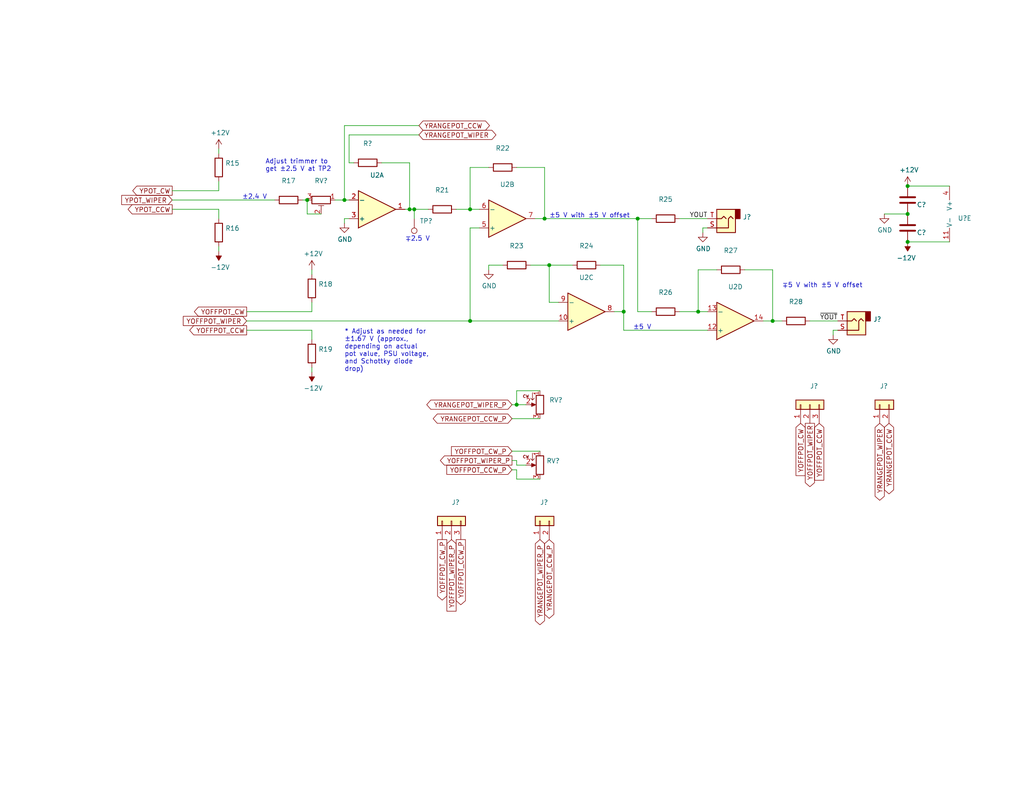
<source format=kicad_sch>
(kicad_sch (version 20211123) (generator eeschema)
  (paper "USLetter")
  (title_block (title "Joystick") (date "2020-11-27") (company "Rich Holmes / Analog Output") (comment 1 "or neighboring rights to this work. Published from United States.") (comment 2 "To the extent possible under law, Richard Holmes has waived all copyright and related "))
  (lib_symbols
    (symbol "Connector:AudioJack2"
      (property "Reference" "J" (at 0 8.89 0))
      (property "Value" "AudioJack2" (at 0 6.35 0))
      (symbol "AudioJack2_0_1"
        (rectangle (start -3.81 0) (end -2.54 -2.54) (stroke (width 0.254)) (fill (type outline)))
        (rectangle (start -2.54 3.81) (end 2.54 -2.54) (stroke (width 0.254)) (fill (type background)))
        (polyline (pts (xy 0 0) (xy 0.635 -0.635) (xy 1.27 0) (xy 2.54 0)) (stroke (width 0.254)))
        (polyline (pts (xy 2.54 2.54) (xy -0.635 2.54) (xy -0.635 0) (xy -1.27 -0.635) (xy -1.905 0)) (stroke (width 0.254)))
      )
      (symbol "AudioJack2_1_1"
        (pin passive line (at 5.08 2.54 180) (length 2.54) (name "~") (number "S"))
        (pin passive line (at 5.08 0 180) (length 2.54) (name "~") (number "T"))
      )
    )
    (symbol "Connector:TestPoint" (pin_numbers hide) (pin_names (offset 0.762) hide)
      (property "Reference" "TP" (at 0 6.858 0))
      (property "Value" "TestPoint" (at 0 5.08 0))
      (symbol "TestPoint_0_1"
        (circle (center 0 3.302) (radius 0.762))
      )
      (symbol "TestPoint_1_1"
        (pin passive line (at 0 0 90) (length 2.54) (name "1") (number "1"))
      )
    )
    (symbol "ao_symbols:2_pin_Molex_connector" (pin_names (offset 1.016) hide) (on_board no)
      (property "Reference" "J" (at 0 2.54 0))
      (property "Value" "2_pin_Molex_connector" (at 0 -5.08 0))
      (symbol "2_pin_Molex_connector_1_1"
        (rectangle (start -1.27 -2.413) (end 0 -2.667) (stroke (width 0.1524)))
        (rectangle (start -1.27 0.127) (end 0 -0.127) (stroke (width 0.1524)))
        (rectangle (start -1.27 1.27) (end 1.27 -3.81) (stroke (width 0.254)) (fill (type background)))
        (pin passive line (at -5.08 0 0) (length 3.81) (name "Pin_1") (number "1"))
        (pin passive line (at -5.08 -2.54 0) (length 3.81) (name "Pin_2") (number "2"))
      )
    )
    (symbol "ao_symbols:2_pin_Molex_header" (pin_names (offset 1.016) hide)
      (property "Reference" "J" (at 0 2.54 0))
      (property "Value" "2_pin_Molex_header" (at 0 -5.08 0))
      (symbol "2_pin_Molex_header_1_1"
        (rectangle (start -1.27 -2.413) (end 0 -2.667) (stroke (width 0.1524)))
        (rectangle (start -1.27 0.127) (end 0 -0.127) (stroke (width 0.1524)))
        (rectangle (start -1.27 1.27) (end 1.27 -3.81) (stroke (width 0.254)) (fill (type background)))
        (pin passive line (at -5.08 0 0) (length 3.81) (name "Pin_1") (number "1"))
        (pin passive line (at -5.08 -2.54 0) (length 3.81) (name "Pin_2") (number "2"))
      )
    )
    (symbol "ao_symbols:3_pin_Molex_connector" (pin_names (offset 1.016) hide) (on_board no)
      (property "Reference" "J" (at 0 5.08 0))
      (property "Value" "3_pin_Molex_connector" (at 0 -5.08 0))
      (symbol "3_pin_Molex_connector_1_1"
        (rectangle (start -1.27 -2.413) (end 0 -2.667) (stroke (width 0.1524)))
        (rectangle (start -1.27 0.127) (end 0 -0.127) (stroke (width 0.1524)))
        (rectangle (start -1.27 2.667) (end 0 2.413) (stroke (width 0.1524)))
        (rectangle (start -1.27 3.81) (end 1.27 -3.81) (stroke (width 0.254)) (fill (type background)))
        (pin passive line (at -5.08 2.54 0) (length 3.81) (name "Pin_1") (number "1"))
        (pin passive line (at -5.08 0 0) (length 3.81) (name "Pin_2") (number "2"))
        (pin passive line (at -5.08 -2.54 0) (length 3.81) (name "Pin_3") (number "3"))
      )
    )
    (symbol "ao_symbols:3_pin_Molex_header" (pin_names (offset 1.016) hide)
      (property "Reference" "J" (at 0 5.08 0))
      (property "Value" "3_pin_Molex_header" (at 0 -5.08 0))
      (symbol "3_pin_Molex_header_1_1"
        (rectangle (start -1.27 -2.413) (end 0 -2.667) (stroke (width 0.1524)))
        (rectangle (start -1.27 0.127) (end 0 -0.127) (stroke (width 0.1524)))
        (rectangle (start -1.27 2.667) (end 0 2.413) (stroke (width 0.1524)))
        (rectangle (start -1.27 3.81) (end 1.27 -3.81) (stroke (width 0.254)) (fill (type background)))
        (pin passive line (at -5.08 2.54 0) (length 3.81) (name "Pin_1") (number "1"))
        (pin passive line (at -5.08 0 0) (length 3.81) (name "Pin_2") (number "2"))
        (pin passive line (at -5.08 -2.54 0) (length 3.81) (name "Pin_3") (number "3"))
      )
    )
    (symbol "ao_symbols:C" (pin_numbers hide) (pin_names (offset 0.254))
      (property "Reference" "C" (at 0.635 2.54 0))
      (property "Value" "C" (at 0.635 -2.54 0))
      (symbol "C_0_1"
        (polyline (pts (xy -2.032 -0.762) (xy 2.032 -0.762)) (stroke (width 0.508)))
        (polyline (pts (xy -2.032 0.762) (xy 2.032 0.762)) (stroke (width 0.508)))
      )
      (symbol "C_1_1"
        (pin passive line (at 0 3.81 270) (length 2.794) (name "~") (number "1"))
        (pin passive line (at 0 -3.81 90) (length 2.794) (name "~") (number "2"))
      )
    )
    (symbol "ao_symbols:R" (pin_numbers hide) (pin_names (offset 0))
      (property "Reference" "R" (at 2.032 0 90))
      (property "Value" "R" (at 0 0 90))
      (symbol "R_0_1"
        (rectangle (start -1.016 -2.54) (end 1.016 2.54) (stroke (width 0.254)))
      )
      (symbol "R_1_1"
        (pin passive line (at 0 3.81 270) (length 1.27) (name "~") (number "1"))
        (pin passive line (at 0 -3.81 90) (length 1.27) (name "~") (number "2"))
      )
    )
    (symbol "ao_symbols:R_POT" (pin_names (offset 1.016) hide)
      (property "Reference" "RV" (at -4.445 0 90))
      (property "Value" "R_POT" (at -2.54 0 90))
      (symbol "R_POT_0_0"
        (text "CW" (at 3.81 -2.286 0) (effects (font (size 0.762 0.762))))
      )
      (symbol "R_POT_0_1"
        (rectangle (start -1.016 2.54) (end 1.016 -2.54) (stroke (width 0.254)))
        (polyline (pts (xy 2.032 -3.302) (xy 2.032 -1.27)) (stroke (width 0.1524)))
        (polyline (pts (xy 2.54 0) (xy 1.524 0)))
        (polyline (pts (xy 2.54 -1.778) (xy 2.032 -1.27) (xy 1.524 -1.778)) (stroke (width 0.1524)))
        (polyline (pts (xy 1.143 0) (xy 2.286 -0.508) (xy 2.286 0.508) (xy 1.143 0)) (fill (type outline)))
      )
      (symbol "R_POT_1_1"
        (pin passive line (at 0 -3.81 90) (length 1.27) (name "1") (number "1"))
        (pin passive line (at 3.81 0 180) (length 1.27) (name "2") (number "2"))
        (pin passive line (at 0 3.81 270) (length 1.27) (name "3") (number "3"))
      )
    )
    (symbol "ao_symbols:R_POT_TRIM_3296W" (pin_names (offset 1.016) hide)
      (property "Reference" "RV" (at -4.445 0 90))
      (property "Value" "R_POT_TRIM_3296W" (at -2.54 0 90))
      (symbol "R_POT_TRIM_3296W_0_1"
        (polyline (pts (xy 1.524 0.762) (xy 1.524 -0.762)))
        (polyline (pts (xy 2.54 0) (xy 1.524 0)))
        (rectangle (start 1.016 2.54) (end -1.016 -2.54) (stroke (width 0.254)))
      )
      (symbol "R_POT_TRIM_3296W_1_1"
        (pin passive line (at 0 3.81 270) (length 1.27) (name "1") (number "1"))
        (pin passive line (at 3.81 0 180) (length 1.27) (name "2") (number "2"))
        (pin passive line (at 0 -3.81 90) (length 1.27) (name "3") (number "3"))
      )
    )
    (symbol "ao_symbols:TL074" (pin_names (offset 0.127))
      (property "Reference" "U" (at 0 5.08 0))
      (property "Value" "TL074" (at 0 -5.08 0))
      (symbol "TL074_1_1"
        (polyline (pts (xy -5.08 5.08) (xy 5.08 0) (xy -5.08 -5.08) (xy -5.08 5.08)) (stroke (width 0.254)) (fill (type background)))
        (pin output line (at 7.62 0 180) (length 2.54) (name "~") (number "1"))
        (pin input line (at -7.62 -2.54 0) (length 2.54) (name "-") (number "2"))
        (pin input line (at -7.62 2.54 0) (length 2.54) (name "+") (number "3"))
      )
      (symbol "TL074_2_1"
        (polyline (pts (xy -5.08 5.08) (xy 5.08 0) (xy -5.08 -5.08) (xy -5.08 5.08)) (stroke (width 0.254)) (fill (type background)))
        (pin input line (at -7.62 2.54 0) (length 2.54) (name "+") (number "5"))
        (pin input line (at -7.62 -2.54 0) (length 2.54) (name "-") (number "6"))
        (pin output line (at 7.62 0 180) (length 2.54) (name "~") (number "7"))
      )
      (symbol "TL074_3_1"
        (polyline (pts (xy -5.08 5.08) (xy 5.08 0) (xy -5.08 -5.08) (xy -5.08 5.08)) (stroke (width 0.254)) (fill (type background)))
        (pin input line (at -7.62 2.54 0) (length 2.54) (name "+") (number "10"))
        (pin output line (at 7.62 0 180) (length 2.54) (name "~") (number "8"))
        (pin input line (at -7.62 -2.54 0) (length 2.54) (name "-") (number "9"))
      )
      (symbol "TL074_4_1"
        (polyline (pts (xy -5.08 5.08) (xy 5.08 0) (xy -5.08 -5.08) (xy -5.08 5.08)) (stroke (width 0.254)) (fill (type background)))
        (pin input line (at -7.62 2.54 0) (length 2.54) (name "+") (number "12"))
        (pin input line (at -7.62 -2.54 0) (length 2.54) (name "-") (number "13"))
        (pin output line (at 7.62 0 180) (length 2.54) (name "~") (number "14"))
      )
      (symbol "TL074_5_1"
        (pin power_in line (at -2.54 -7.62 90) (length 3.81) (name "V-") (number "11"))
        (pin power_in line (at -2.54 7.62 270) (length 3.81) (name "V+") (number "4"))
      )
    )
    (symbol "power:+12V" (power) (pin_names (offset 0))
      (property "Value" "+12V" (at 0 3.556 0))
      (symbol "+12V_0_1"
        (polyline (pts (xy -0.762 1.27) (xy 0 2.54)))
        (polyline (pts (xy 0 0) (xy 0 2.54)))
        (polyline (pts (xy 0 2.54) (xy 0.762 1.27)))
      )
      (symbol "+12V_1_1"
        (pin power_in line (at 0 0 90) (length 0) hide (name "+12V") (number "1"))
      )
    )
    (symbol "power:-12V" (power) (pin_names (offset 0))
      (property "Value" "-12V" (at 0 3.81 0))
      (symbol "-12V_0_0"
        (pin power_in line (at 0 0 90) (length 0) hide (name "-12V") (number "1"))
      )
      (symbol "-12V_0_1"
        (polyline (pts (xy 0 0) (xy 0 1.27) (xy 0.762 1.27) (xy 0 2.54) (xy -0.762 1.27) (xy 0 1.27)) (fill (type outline)))
      )
    )
    (symbol "power:GND" (power) (pin_names (offset 0))
      (property "Value" "GND" (at 0 -3.81 0))
      (symbol "GND_0_1"
        (polyline (pts (xy 0 0) (xy 0 -1.27) (xy 1.27 -1.27) (xy 0 -2.54) (xy -1.27 -1.27) (xy 0 -1.27)))
      )
      (symbol "GND_1_1"
        (pin power_in line (at 0 0 270) (length 0) hide (name "GND") (number "1"))
      )
    )
  )
  (junction (at 247.65 58.42))
  (junction (at 83.82 54.61))
  (junction (at 190.5 85.09))
  (junction (at 128.27 57.15))
  (junction (at 247.65 50.8))
  (junction (at 111.76 57.15))
  (junction (at 149.86 72.39))
  (junction (at 148.59 59.69))
  (junction (at 140.97 110.49))
  (junction (at 93.98 54.61))
  (junction (at 247.65 66.04))
  (junction (at 210.82 87.63))
  (junction (at 113.03 57.15))
  (junction (at 128.27 87.63))
  (junction (at 170.18 85.09))
  (junction (at 173.99 59.69))
  (wire (pts (xy 170.18 72.39) (xy 170.18 85.09)))
  (wire (pts (xy 111.76 44.45) (xy 111.76 57.15)))
  (wire (pts (xy 210.82 87.63) (xy 213.36 87.63)))
  (wire (pts (xy 170.18 85.09) (xy 170.18 90.17)))
  (wire (pts (xy 96.52 44.45) (xy 95.25 44.45)))
  (wire (pts (xy 59.69 40.64) (xy 59.69 41.91)))
  (wire (pts (xy 137.16 72.39) (xy 133.35 72.39)))
  (wire (pts (xy 85.09 82.55) (xy 85.09 85.09)))
  (wire (pts (xy 124.46 57.15) (xy 128.27 57.15)))
  (wire (pts (xy 163.83 72.39) (xy 170.18 72.39)))
  (wire (pts (xy 133.35 72.39) (xy 133.35 73.66)))
  (wire (pts (xy 67.31 90.17) (xy 85.09 90.17)))
  (wire (pts (xy 140.97 128.27) (xy 140.97 130.81)))
  (wire (pts (xy 191.77 62.23) (xy 191.77 63.5)))
  (wire (pts (xy 140.97 45.72) (xy 148.59 45.72)))
  (wire (pts (xy 113.03 57.15) (xy 116.84 57.15)))
  (wire (pts (xy 139.7 110.49) (xy 140.97 110.49)))
  (wire (pts (xy 203.2 73.66) (xy 210.82 73.66)))
  (wire (pts (xy 210.82 73.66) (xy 210.82 87.63)))
  (wire (pts (xy 95.25 59.69) (xy 93.98 59.69)))
  (wire (pts (xy 190.5 85.09) (xy 193.04 85.09)))
  (wire (pts (xy 156.21 72.39) (xy 149.86 72.39)))
  (wire (pts (xy 67.31 87.63) (xy 128.27 87.63)))
  (wire (pts (xy 167.64 85.09) (xy 170.18 85.09)))
  (wire (pts (xy 93.98 59.69) (xy 93.98 60.96)))
  (wire (pts (xy 148.59 59.69) (xy 173.99 59.69)))
  (wire (pts (xy 113.03 59.69) (xy 113.03 57.15)))
  (wire (pts (xy 210.82 87.63) (xy 208.28 87.63)))
  (wire (pts (xy 59.69 57.15) (xy 59.69 59.69)))
  (wire (pts (xy 114.3 36.83) (xy 95.25 36.83)))
  (wire (pts (xy 177.8 85.09) (xy 173.99 85.09)))
  (wire (pts (xy 190.5 73.66) (xy 190.5 85.09)))
  (wire (pts (xy 113.03 57.15) (xy 111.76 57.15)))
  (wire (pts (xy 93.98 54.61) (xy 95.25 54.61)))
  (wire (pts (xy 140.97 130.81) (xy 147.32 130.81)))
  (wire (pts (xy 140.97 110.49) (xy 143.51 110.49)))
  (wire (pts (xy 83.82 58.42) (xy 87.63 58.42)))
  (wire (pts (xy 139.7 114.3) (xy 147.32 114.3)))
  (wire (pts (xy 95.25 36.83) (xy 95.25 44.45)))
  (wire (pts (xy 133.35 45.72) (xy 128.27 45.72)))
  (wire (pts (xy 259.08 50.8) (xy 247.65 50.8)))
  (wire (pts (xy 128.27 87.63) (xy 152.4 87.63)))
  (wire (pts (xy 143.51 127) (xy 140.97 127)))
  (wire (pts (xy 140.97 125.73) (xy 139.7 125.73)))
  (wire (pts (xy 144.78 72.39) (xy 149.86 72.39)))
  (wire (pts (xy 104.14 44.45) (xy 111.76 44.45)))
  (wire (pts (xy 59.69 67.31) (xy 59.69 68.58)))
  (wire (pts (xy 140.97 127) (xy 140.97 125.73)))
  (wire (pts (xy 139.7 123.19) (xy 147.32 123.19)))
  (wire (pts (xy 149.86 82.55) (xy 152.4 82.55)))
  (wire (pts (xy 139.7 128.27) (xy 140.97 128.27)))
  (wire (pts (xy 46.99 57.15) (xy 59.69 57.15)))
  (wire (pts (xy 128.27 62.23) (xy 128.27 87.63)))
  (wire (pts (xy 128.27 62.23) (xy 130.81 62.23)))
  (wire (pts (xy 93.98 34.29) (xy 93.98 54.61)))
  (wire (pts (xy 227.33 90.17) (xy 227.33 91.44)))
  (wire (pts (xy 67.31 85.09) (xy 85.09 85.09)))
  (wire (pts (xy 128.27 45.72) (xy 128.27 57.15)))
  (wire (pts (xy 228.6 90.17) (xy 227.33 90.17)))
  (wire (pts (xy 241.3 58.42) (xy 247.65 58.42)))
  (wire (pts (xy 259.08 66.04) (xy 247.65 66.04)))
  (wire (pts (xy 85.09 100.33) (xy 85.09 101.6)))
  (wire (pts (xy 82.55 54.61) (xy 83.82 54.61)))
  (wire (pts (xy 111.76 57.15) (xy 110.49 57.15)))
  (wire (pts (xy 128.27 57.15) (xy 130.81 57.15)))
  (wire (pts (xy 85.09 90.17) (xy 85.09 92.71)))
  (wire (pts (xy 170.18 90.17) (xy 193.04 90.17)))
  (wire (pts (xy 193.04 62.23) (xy 191.77 62.23)))
  (wire (pts (xy 148.59 45.72) (xy 148.59 59.69)))
  (wire (pts (xy 195.58 73.66) (xy 190.5 73.66)))
  (wire (pts (xy 148.59 59.69) (xy 146.05 59.69)))
  (wire (pts (xy 220.98 87.63) (xy 228.6 87.63)))
  (wire (pts (xy 149.86 72.39) (xy 149.86 82.55)))
  (wire (pts (xy 173.99 59.69) (xy 177.8 59.69)))
  (wire (pts (xy 140.97 106.68) (xy 147.32 106.68)))
  (wire (pts (xy 83.82 54.61) (xy 83.82 58.42)))
  (wire (pts (xy 59.69 49.53) (xy 59.69 52.07)))
  (wire (pts (xy 185.42 85.09) (xy 190.5 85.09)))
  (wire (pts (xy 114.3 34.29) (xy 93.98 34.29)))
  (wire (pts (xy 85.09 73.66) (xy 85.09 74.93)))
  (wire (pts (xy 46.99 54.61) (xy 74.93 54.61)))
  (wire (pts (xy 185.42 59.69) (xy 193.04 59.69)))
  (wire (pts (xy 173.99 85.09) (xy 173.99 59.69)))
  (wire (pts (xy 46.99 52.07) (xy 59.69 52.07)))
  (wire (pts (xy 91.44 54.61) (xy 93.98 54.61)))
  (wire (pts (xy 140.97 110.49) (xy 140.97 106.68)))
  (text "±2.4 V" (at 66.04 54.61 0) (effects (font (size 1.27 1.27)) (justify left bottom)))
  (text "∓5 V with ±5 V offset" (at 213.36 78.74 0) (effects (font (size 1.27 1.27)) (justify left bottom)))
  (text "Adjust trimmer to \nget ±2.5 V at TP2" (at 72.39 46.99 0) (effects (font (size 1.27 1.27)) (justify left bottom)))
  (text "±5 V" (at 172.72 90.17 0) (effects (font (size 1.27 1.27)) (justify left bottom)))
  (text "* Adjust as needed for\n±1.67 V (approx.,\ndepending on actual\npot value, PSU voltage,\nand Schottky diode\ndrop)" (at 93.98 101.6 0) (effects (font (size 1.27 1.27)) (justify left bottom)))
  (text "∓2.5 V" (at 110.49 66.04 0) (effects (font (size 1.27 1.27)) (justify left bottom)))
  (text "±5 V with ±5 V offset" (at 149.86 59.69 0) (effects (font (size 1.27 1.27)) (justify left bottom)))
  (label "YOUT" (at 193.04 59.69 180))
  (label "~{YOUT}" (at 228.6 87.63 180))
  (global_label "YPOT_WIPER" (shape input) (at 46.99 54.61 180) (property "Intersheet References" "${INTERSHEET_REFS}" (effects hide)))
  (global_label "YRANGEPOT_WIPER_P" (shape bidirectional) (at 147.32 147.32 270) (property "Intersheet References" "${INTERSHEET_REFS}" (effects hide)))
  (global_label "YOFFPOT_WIPER" (shape input) (at 67.31 87.63 180) (property "Intersheet References" "${INTERSHEET_REFS}" (effects hide)))
  (global_label "YRANGEPOT_CCW" (shape bidirectional) (at 242.57 115.57 270) (property "Intersheet References" "${INTERSHEET_REFS}" (effects hide)))
  (global_label "YRANGEPOT_CCW_P" (shape bidirectional) (at 149.86 147.32 270) (property "Intersheet References" "${INTERSHEET_REFS}" (effects hide)))
  (global_label "YRANGEPOT_WIPER" (shape bidirectional) (at 114.3 36.83 0) (property "Intersheet References" "${INTERSHEET_REFS}" (effects hide)))
  (global_label "YOFFPOT_CCW_P" (shape output) (at 125.73 147.32 270) (property "Intersheet References" "${INTERSHEET_REFS}" (effects hide)))
  (global_label "YOFFPOT_WIPER" (shape output) (at 220.98 115.57 270) (property "Intersheet References" "${INTERSHEET_REFS}" (effects hide)))
  (global_label "YOFFPOT_CW_P" (shape output) (at 120.65 147.32 270) (property "Intersheet References" "${INTERSHEET_REFS}" (effects hide)))
  (global_label "YPOT_CW" (shape output) (at 46.99 52.07 180) (property "Intersheet References" "${INTERSHEET_REFS}" (effects hide)))
  (global_label "YOFFPOT_CW_P" (shape input) (at 139.7 123.19 180) (property "Intersheet References" "${INTERSHEET_REFS}" (effects hide)))
  (global_label "YOFFPOT_CCW" (shape input) (at 223.52 115.57 270) (property "Intersheet References" "${INTERSHEET_REFS}" (effects hide)))
  (global_label "YRANGEPOT_CCW_P" (shape bidirectional) (at 139.7 114.3 180) (property "Intersheet References" "${INTERSHEET_REFS}" (effects hide)))
  (global_label "YRANGEPOT_WIPER_P" (shape bidirectional) (at 139.7 110.49 180) (property "Intersheet References" "${INTERSHEET_REFS}" (effects hide)))
  (global_label "YOFFPOT_CCW" (shape output) (at 67.31 90.17 180) (property "Intersheet References" "${INTERSHEET_REFS}" (effects hide)))
  (global_label "YPOT_CCW" (shape output) (at 46.99 57.15 180) (property "Intersheet References" "${INTERSHEET_REFS}" (effects hide)))
  (global_label "YRANGEPOT_WIPER" (shape bidirectional) (at 240.03 115.57 270) (property "Intersheet References" "${INTERSHEET_REFS}" (effects hide)))
  (global_label "YOFFPOT_CW" (shape input) (at 218.44 115.57 270) (property "Intersheet References" "${INTERSHEET_REFS}" (effects hide)))
  (global_label "YOFFPOT_WIPER_P" (shape output) (at 139.7 125.73 180) (property "Intersheet References" "${INTERSHEET_REFS}" (effects hide)))
  (global_label "YOFFPOT_CW" (shape output) (at 67.31 85.09 180) (property "Intersheet References" "${INTERSHEET_REFS}" (effects hide)))
  (global_label "YRANGEPOT_CCW" (shape bidirectional) (at 114.3 34.29 0) (property "Intersheet References" "${INTERSHEET_REFS}" (effects hide)))
  (global_label "YOFFPOT_WIPER_P" (shape input) (at 123.19 147.32 270) (property "Intersheet References" "${INTERSHEET_REFS}" (effects hide)))
  (global_label "YOFFPOT_CCW_P" (shape input) (at 139.7 128.27 180) (property "Intersheet References" "${INTERSHEET_REFS}" (effects hide)))
  (symbol (lib_id "ao_symbols:R") (at 78.74 54.61 270) (unit 1)
    (property "Reference" "R17" (at 78.74 49.3522 90))
    (property "Vendor" "Tayda" (effects hide))
  )
  (symbol (lib_id "power:+12V") (at 85.09 73.66 0) (unit 1)
    (property "Reference" "#PWR021" (effects hide))
  )
  (symbol (lib_id "power:-12V") (at 85.09 101.6 0) (mirror x) (unit 1)
    (property "Reference" "#PWR022" (effects hide))
  )
  (symbol (lib_id "power:GND") (at 227.33 91.44 0) (unit 1)
    (property "Reference" "#PWR026" (effects hide))
  )
  (symbol (lib_id "ao_symbols:R") (at 217.17 87.63 270) (unit 1)
    (property "Reference" "R28" (at 217.17 82.3722 90))
    (property "Vendor" "Tayda" (effects hide))
  )
  (symbol (lib_id "ao_symbols:R") (at 199.39 73.66 270) (unit 1)
    (property "Reference" "R27" (at 199.39 68.4022 90))
    (property "Vendor" "Tayda" (effects hide))
  )
  (symbol (lib_id "ao_symbols:TL074") (at 200.66 87.63 0) (mirror x) (unit 4)
    (property "Reference" "U2" (at 200.66 78.3082 0))
    (property "Datasheet" "http://www.ti.com/lit/ds/symlink/tl071.pdf" (effects hide))
    (property "SKU" "A-1138" (effects hide))
    (property "Vendor" "Tayda" (effects hide))
  )
  (symbol (lib_id "ao_symbols:R") (at 181.61 85.09 270) (unit 1)
    (property "Reference" "R26" (at 181.61 79.8322 90))
    (property "Vendor" "Tayda" (effects hide))
  )
  (symbol (lib_id "power:GND") (at 133.35 73.66 0) (unit 1)
    (property "Reference" "#PWR024" (effects hide))
  )
  (symbol (lib_id "ao_symbols:R") (at 140.97 72.39 270) (unit 1)
    (property "Reference" "R23" (at 140.97 67.1322 90))
    (property "Vendor" "Tayda" (effects hide))
  )
  (symbol (lib_id "ao_symbols:R") (at 160.02 72.39 270) (unit 1)
    (property "Reference" "R24" (at 160.02 67.1322 90))
    (property "Vendor" "Tayda" (effects hide))
  )
  (symbol (lib_id "ao_symbols:TL074") (at 160.02 85.09 0) (mirror x) (unit 3)
    (property "Reference" "U2" (at 160.02 75.7682 0))
    (property "Datasheet" "http://www.ti.com/lit/ds/symlink/tl071.pdf" (effects hide))
    (property "SKU" "A-1138" (effects hide))
    (property "Vendor" "Tayda" (effects hide))
  )
  (symbol (lib_id "power:GND") (at 191.77 63.5 0) (unit 1)
    (property "Reference" "#PWR025" (effects hide))
  )
  (symbol (lib_id "ao_symbols:R") (at 181.61 59.69 270) (unit 1)
    (property "Reference" "R25" (at 181.61 54.4322 90))
    (property "Vendor" "Tayda" (effects hide))
  )
  (symbol (lib_id "ao_symbols:R") (at 137.16 45.72 270) (unit 1)
    (property "Reference" "R22" (at 137.16 40.4622 90))
    (property "Vendor" "Tayda" (effects hide))
  )
  (symbol (lib_id "ao_symbols:TL074") (at 138.43 59.69 0) (mirror x) (unit 2)
    (property "Reference" "U2" (at 138.43 50.3682 0))
    (property "Datasheet" "http://www.ti.com/lit/ds/symlink/tl071.pdf" (effects hide))
    (property "SKU" "A-1138" (effects hide))
    (property "Vendor" "Tayda" (effects hide))
  )
  (symbol (lib_id "ao_symbols:R") (at 120.65 57.15 270) (unit 1)
    (property "Reference" "R21" (at 120.65 51.8922 90))
    (property "Vendor" "Tayda" (effects hide))
  )
  (symbol (lib_id "ao_symbols:R") (at 85.09 78.74 0) (unit 1)
    (property "Reference" "R18" (at 86.868 77.5716 0) (effects (justify left)))
    (property "Vendor" "Tayda" (effects hide))
  )
  (symbol (lib_id "ao_symbols:R") (at 85.09 96.52 0) (unit 1)
    (property "Reference" "R19" (at 86.868 95.3516 0) (effects (justify left)))
    (property "Vendor" "Tayda" (effects hide))
  )
  (symbol (lib_id "power:+12V") (at 59.69 40.64 0) (unit 1)
    (property "Reference" "#PWR019" (effects hide))
  )
  (symbol (lib_id "ao_symbols:R") (at 59.69 45.72 0) (unit 1)
    (property "Reference" "R15" (at 61.468 44.5516 0) (effects (justify left)))
    (property "Vendor" "Tayda" (effects hide))
  )
  (symbol (lib_id "power:-12V") (at 59.69 68.58 0) (mirror x) (unit 1)
    (property "Reference" "#PWR020" (effects hide))
  )
  (symbol (lib_id "ao_symbols:R") (at 59.69 63.5 0) (unit 1)
    (property "Reference" "R16" (at 61.468 62.3316 0) (effects (justify left)))
    (property "Vendor" "Tayda" (effects hide))
  )
  (symbol (lib_id "ao_symbols:C") (at 247.65 62.23 180) (unit 1)
    (property "Reference" "C?" (at 252.73 63.5 0) (effects (justify left)))
    (property "Vendor" "Tayda" (effects hide))
  )
  (symbol (lib_id "ao_symbols:C") (at 247.65 54.61 180) (unit 1)
    (property "Reference" "C?" (at 252.73 55.88 0) (effects (justify left)))
  )
  (symbol (lib_id "power:GND") (at 241.3 58.42 0) (unit 1)
    (property "Reference" "#PWR?" (effects hide))
  )
  (symbol (lib_id "power:+12V") (at 247.65 50.8 0) (unit 1)
    (property "Reference" "#PWR?" (effects hide))
  )
  (symbol (lib_id "power:-12V") (at 247.65 66.04 180) (unit 1)
    (property "Reference" "#PWR?" (effects hide))
  )
  (symbol (lib_id "ao_symbols:TL074") (at 256.54 58.42 0) (mirror y) (unit 5)
    (property "Reference" "U?" (at 261.3152 59.5884 0) (effects (justify right)))
    (property "Datasheet" "http://www.ti.com/lit/ds/symlink/tl071.pdf" (effects hide))
    (property "SKU" "A-1138" (effects hide))
    (property "Vendor" "Tayda" (effects hide))
  )
  (symbol (lib_id "Connector:AudioJack2") (at 198.12 59.69 180) (unit 1)
    (property "Reference" "J?" (at 202.692 59.2582 0) (effects (justify right)))
    (property "Vendor" "Tayda" (effects hide))
  )
  (symbol (lib_id "Connector:AudioJack2") (at 233.68 87.63 180) (unit 1)
    (property "Reference" "J?" (at 238.252 87.1982 0) (effects (justify right)))
    (property "Vendor" "Tayda" (effects hide))
  )
  (symbol (lib_id "ao_symbols:3_pin_Molex_header") (at 220.98 110.49 90) (unit 1)
    (property "Reference" "J?" (at 220.98 105.41 90) (effects (justify right)))
    (property "Vendor" "Tayda" (effects hide))
    (property "SKU" "A-805" (effects hide))
  )
  (symbol (lib_id "ao_symbols:2_pin_Molex_header") (at 240.03 110.49 90) (unit 1)
    (property "Reference" "J?" (at 240.03 105.41 90) (effects (justify right)))
    (property "Vendor" "Tayda" (effects hide))
    (property "SKU" "A-804" (effects hide))
  )
  (symbol (lib_id "ao_symbols:R_POT") (at 147.32 110.49 180) (unit 1)
    (property "Reference" "RV?" (at 149.86 109.22 0) (effects (justify right)))
    (property "Vendor" "Tayda" (effects hide))
  )
  (symbol (lib_id "ao_symbols:R_POT") (at 147.32 127 180) (unit 1)
    (property "Reference" "RV?" (at 149.098 125.8316 0) (effects (justify right)))
    (property "Vendor" "Tayda" (effects hide))
  )
  (symbol (lib_id "ao_symbols:3_pin_Molex_connector") (at 123.19 142.24 90) (unit 1)
    (property "Reference" "J?" (at 123.19 137.16 90) (effects (justify right)))
    (property "Vendor" "Tayda" (effects hide))
    (property "SKU" "A-827" (effects hide))
  )
  (symbol (lib_id "ao_symbols:2_pin_Molex_connector") (at 147.32 142.24 90) (unit 1)
    (property "Reference" "J?" (at 147.32 137.16 90) (effects (justify right)))
    (property "Vendor" "Tayda" (effects hide))
    (property "SKU" "A-826" (effects hide))
  )
  (symbol (lib_id "ao_symbols:TL074") (at 102.87 57.15 0) (mirror x) (unit 1)
    (property "Reference" "U2" (at 102.87 47.8282 0))
    (property "Datasheet" "http://www.ti.com/lit/ds/symlink/tl071.pdf" (effects hide))
    (property "SKU" "A-1138" (effects hide))
    (property "Vendor" "Tayda" (effects hide))
  )
  (symbol (lib_id "ao_symbols:R") (at 100.33 44.45 270) (unit 1)
    (property "Reference" "R?" (at 100.33 39.1922 90))
    (property "Vendor" "Tayda" (effects hide))
  )
  (symbol (lib_id "power:GND") (at 93.98 60.96 0) (unit 1)
    (property "Reference" "#PWR023" (effects hide))
  )
  (symbol (lib_id "ao_symbols:R_POT_TRIM_3296W") (at 87.63 54.61 270) (unit 1)
    (property "Reference" "RV?" (at 87.63 49.3522 90))
    (property "Vendor" "Tayda" (effects hide))
  )
  (symbol (lib_id "Connector:TestPoint") (at 113.03 59.69 180) (unit 1)
    (property "Reference" "TP?" (at 114.5032 60.3504 0) (effects (justify right)))
  )
)
</source>
